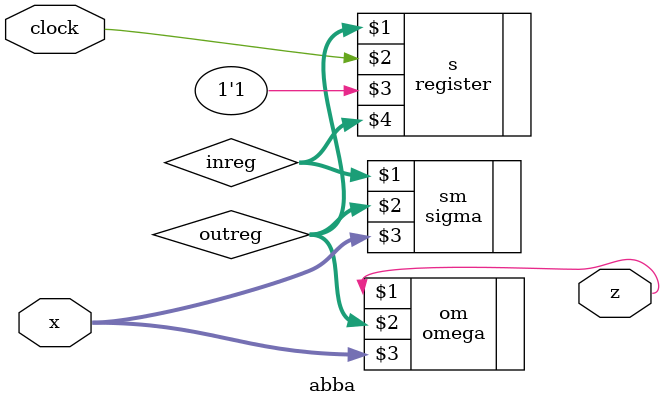
<source format=v>
module abba(output z, input[1:2]x, input clock);
    wire [1:2] outreg;
    wire [1:2] inreg;

    register #(2) s(outreg, clock, 1'b1, inreg);
    sigma sm(inreg, outreg, x);
    omega om(z, outreg, x);
endmodule
</source>
